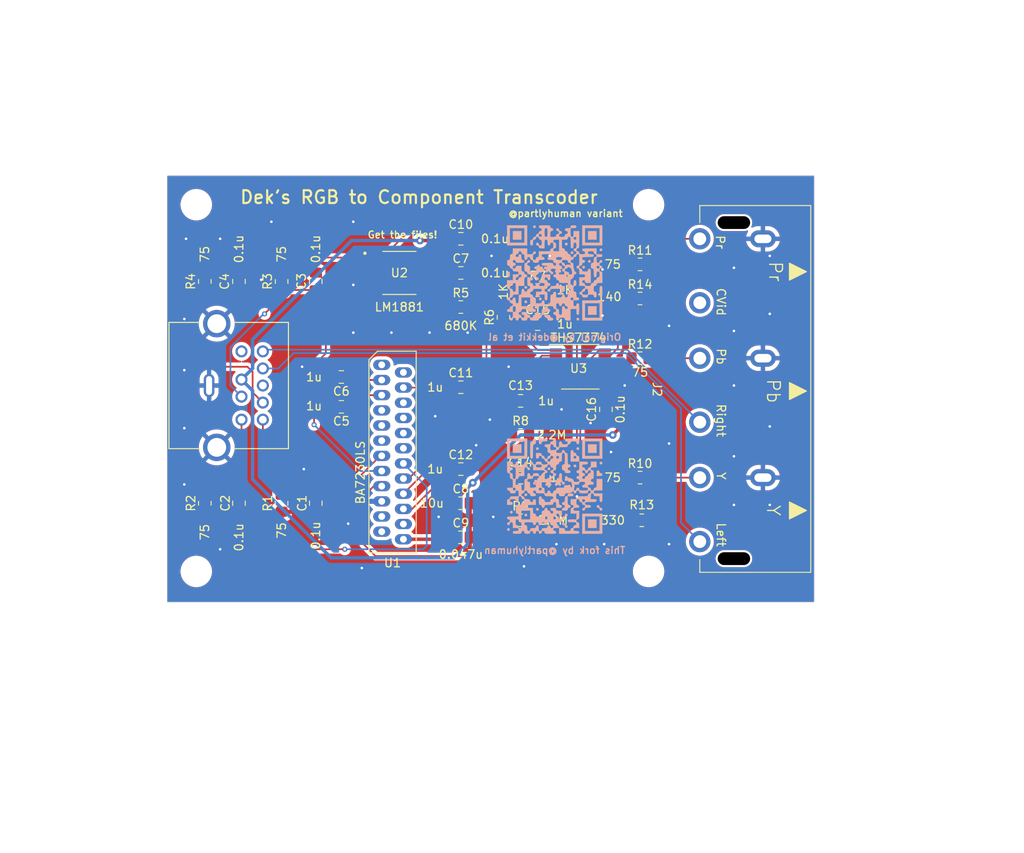
<source format=kicad_pcb>
(kicad_pcb (version 20221018) (generator pcbnew)
  (title_block (rev "1"))
  (layers (0 "F.Cu" signal "Front") (31 "B.Cu" signal "Back") (34 "B.Paste" user) (35 "F.Paste" user) (36 "B.SilkS" user "B.Silkscreen") (37 "F.SilkS" user "F.Silkscreen") (38 "B.Mask" user) (39 "F.Mask" user) (44 "Edge.Cuts" user))
  (net 0 "")
  (net 1 "/R_IN")
  (net 2 "/G_IN")
  (net 3 "/B_IN")
  (net 4 "/CVID_IN")
  (net 5 "Net-(U1-R-Y_IN)")
  (net 6 "GND")
  (net 7 "Net-(U1-Y_IN)")
  (net 8 "Net-(U2-RSET)")
  (net 9 "+5V")
  (net 10 "Net-(U1-B-Y_IN)")
  (net 11 "Net-(U1-VIDEO_IN)")
  (net 12 "Net-(U3-CH2_IN)")
  (net 13 "/PR")
  (net 14 "Net-(U3-CH3_IN)")
  (net 15 "/PB")
  (net 16 "Net-(U3-CH1_IN)")
  (net 17 "Net-(C15-Pad2)")
  (net 20 "/LAUD")
  (net 21 "/RAUD")
  (net 22 "/Y_OUT")
  (net 23 "/PB_OUT")
  (net 24 "/PR_OUT")
  (net 26 "/Y")
  (net 27 "Net-(U3-CH1_OUT)")
  (net 28 "Net-(U3-CH2_OUT)")
  (net 29 "Net-(U3-CH3_OUT)")
  (net 30 "/CSYNC")
  (net 50 "/R")
  (net 51 "/G")
  (net 52 "/B")
  (net 53 "/CVID")
  (footprint "Capacitor_SMD:C_0805_2012Metric_Pad1.18x1.45mm_HandSolder" (layer "F.Cu") (at 137 109 -90)
    (fp_text reference "C1" (at 0 1.6 90) (layer "F.SilkS"))
    (fp_text value "0.1u" (at 3.8 0 90) (layer "F.SilkS"))
    (pad "1" smd roundrect (at -1.0375 0 270) (size 1.175 1.45) (layers "F.Cu" "F.Paste" "F.Mask") (roundrect_rratio 0.2127659574) (net 1 "/R_IN"))
    (pad "2" smd roundrect (at 1.0375 0 270) (size 1.175 1.45) (layers "F.Cu" "F.Paste" "F.Mask") (roundrect_rratio 0.2127659574) (net 50 "/R"))
  )
  (footprint "Resistor_SMD:R_0805_2012Metric_Pad1.20x1.40mm_HandSolder" (layer "F.Cu") (at 175 85 180)
    (fp_text reference "R14" (at 0 1.65) (layer "F.SilkS"))
    (fp_text value "140" (at 3.6 0.2) (layer "F.SilkS"))
    (pad "1" smd roundrect (at -1 0 180) (size 1.2 1.4) (layers "F.Cu" "F.Paste" "F.Mask") (roundrect_rratio 0.2083333333) (net 24 "/PR_OUT"))
    (pad "2" smd roundrect (at 1 0 180) (size 1.2 1.4) (layers "F.Cu" "F.Paste" "F.Mask") (roundrect_rratio 0.2083333333) (net 6 "GND"))
  )
  (footprint "Resistor_SMD:R_0805_2012Metric_Pad1.20x1.40mm_HandSolder" (layer "F.Cu") (at 161 101)
    (fp_text reference "R8" (at 0 -1.65) (layer "F.SilkS"))
    (fp_text value "2.2M" (at 3.6 0) (layer "F.SilkS"))
    (pad "1" smd roundrect (at -1 0) (size 1.2 1.4) (layers "F.Cu" "F.Paste" "F.Mask") (roundrect_rratio 0.2083333333) (net 13 "/PR"))
    (pad "2" smd roundrect (at 1 0) (size 1.2 1.4) (layers "F.Cu" "F.Paste" "F.Mask") (roundrect_rratio 0.2083333333) (net 12 "Net-(U3-CH2_IN)"))
  )
  (footprint "Capacitor_SMD:C_0805_2012Metric_Pad1.18x1.45mm_HandSolder" (layer "F.Cu") (at 154 78)
    (fp_text reference "C10" (at 0 -1.68) (layer "F.SilkS"))
    (fp_text value "0.1u" (at 4 0) (layer "F.SilkS"))
    (pad "1" smd roundrect (at -1.0375 0) (size 1.175 1.45) (layers "F.Cu" "F.Paste" "F.Mask") (roundrect_rratio 0.2127659574) (net 9 "+5V"))
    (pad "2" smd roundrect (at 1.0375 0) (size 1.175 1.45) (layers "F.Cu" "F.Paste" "F.Mask") (roundrect_rratio 0.2127659574) (net 6 "GND"))
  )
  (footprint "Package_SO:TSSOP-14_4.4x5mm_P0.65mm" (layer "F.Cu") (at 168 93)
    (fp_text reference "U3" (at -0.2 0.2) (layer "F.SilkS"))
    (fp_text value "THS7374" (at -0.2 -3.4) (layer "F.SilkS"))
    (pad "1" smd roundrect (at -2.8625 -1.95) (size 1.475 0.4) (layers "F.Cu" "F.Paste" "F.Mask") (net 16 "Net-(U3-CH1_IN)"))
    (pad "2" smd roundrect (at -2.8625 -1.3) (size 1.475 0.4) (layers "F.Cu" "F.Paste" "F.Mask") (net 12 "Net-(U3-CH2_IN)"))
    (pad "3" smd roundrect (at -2.8625 -0.65) (size 1.475 0.4) (layers "F.Cu" "F.Paste" "F.Mask") (net 14 "Net-(U3-CH3_IN)"))
    (pad "4" smd roundrect (at -2.8625 0) (size 1.475 0.4) (layers "F.Cu" "F.Paste" "F.Mask"))
    (pad "5" smd roundrect (at -2.8625 0.65) (size 1.475 0.4) (layers "F.Cu" "F.Paste" "F.Mask") (net 6 "GND"))
    (pad "6" smd roundrect (at -2.8625 1.3) (size 1.475 0.4) (layers "F.Cu" "F.Paste" "F.Mask") (net 6 "GND"))
    (pad "7" smd roundrect (at -2.8625 1.95) (size 1.475 0.4) (layers "F.Cu" "F.Paste" "F.Mask"))
    (pad "8" smd roundrect (at 2.8625 1.95) (size 1.475 0.4) (layers "F.Cu" "F.Paste" "F.Mask"))
    (pad "9" smd roundrect (at 2.8625 1.3) (size 1.475 0.4) (layers "F.Cu" "F.Paste" "F.Mask") (net 9 "+5V"))
    (pad "10" smd roundrect (at 2.8625 0.65) (size 1.475 0.4) (layers "F.Cu" "F.Paste" "F.Mask") (net 9 "+5V"))
    (pad "11" smd roundrect (at 2.8625 0) (size 1.475 0.4) (layers "F.Cu" "F.Paste" "F.Mask"))
    (pad "12" smd roundrect (at 2.8625 -0.65) (size 1.475 0.4) (layers "F.Cu" "F.Paste" "F.Mask") (net 29 "Net-(U3-CH3_OUT)"))
    (pad "13" smd roundrect (at 2.8625 -1.3) (size 1.475 0.4) (layers "F.Cu" "F.Paste" "F.Mask") (net 28 "Net-(U3-CH2_OUT)"))
    (pad "14" smd roundrect (at 2.8625 -1.95) (size 1.475 0.4) (layers "F.Cu" "F.Paste" "F.Mask") (net 27 "Net-(U3-CH1_OUT)"))
  )
  (footprint "Capacitor_SMD:C_0805_2012Metric_Pad1.18x1.45mm_HandSolder" (layer "F.Cu") (at 154 82)
    (fp_text reference "C7" (at 0 -1.68) (layer "F.SilkS"))
    (fp_text value "0.1u" (at 4 0) (layer "F.SilkS"))
    (pad "1" smd roundrect (at -1.0375 0) (size 1.175 1.45) (layers "F.Cu" "F.Paste" "F.Mask") (roundrect_rratio 0.2127659574) (net 8 "Net-(U2-RSET)"))
    (pad "2" smd roundrect (at 1.0375 0) (size 1.175 1.45) (layers "F.Cu" "F.Paste" "F.Mask") (roundrect_rratio 0.2127659574) (net 6 "GND"))
  )
  (footprint "Capacitor_SMD:C_0805_2012Metric_Pad1.18x1.45mm_HandSolder" (layer "F.Cu") (at 140 94.2 180)
    (fp_text reference "C6" (at 0 -1.68) (layer "F.SilkS"))
    (fp_text value "1u" (at 3.2 0) (layer "F.SilkS"))
    (pad "1" smd roundrect (at -1.0375 0 180) (size 1.175 1.45) (layers "F.Cu" "F.Paste" "F.Mask") (roundrect_rratio 0.2127659574) (net 7 "Net-(U1-Y_IN)"))
    (pad "2" smd roundrect (at 1.0375 0 180) (size 1.175 1.45) (layers "F.Cu" "F.Paste" "F.Mask") (roundrect_rratio 0.2127659574) (net 6 "GND"))
  )
  (footprint "Capacitor_SMD:C_0805_2012Metric_Pad1.18x1.45mm_HandSolder" (layer "F.Cu") (at 154 113)
    (fp_text reference "C9" (at 0 -1.68) (layer "F.SilkS"))
    (fp_text value "0.047u" (at 0 2) (layer "F.SilkS"))
    (pad "1" smd roundrect (at -1.0375 0) (size 1.175 1.45) (layers "F.Cu" "F.Paste" "F.Mask") (roundrect_rratio 0.2127659574) (net 9 "+5V"))
    (pad "2" smd roundrect (at 1.0375 0) (size 1.175 1.45) (layers "F.Cu" "F.Paste" "F.Mask") (roundrect_rratio 0.2127659574) (net 6 "GND"))
  )
  (footprint "Resistor_SMD:R_0805_2012Metric_Pad1.20x1.40mm_HandSolder" (layer "F.Cu") (at 175 92)
    (fp_text reference "R12" (at 0 -1.65) (layer "F.SilkS"))
    (fp_text value "75" (at 0 1.65) (layer "F.SilkS"))
    (pad "1" smd roundrect (at -1 0) (size 1.2 1.4) (layers "F.Cu" "F.Paste" "F.Mask") (roundrect_rratio 0.2083333333) (net 29 "Net-(U3-CH3_OUT)"))
    (pad "2" smd roundrect (at 1 0) (size 1.2 1.4) (layers "F.Cu" "F.Paste" "F.Mask") (roundrect_rratio 0.2083333333) (net 23 "/PB_OUT"))
  )
  (footprint "Resistor_SMD:R_0805_2012Metric_Pad1.20x1.40mm_HandSolder" (layer "F.Cu") (at 154 86)
    (fp_text reference "R5" (at 0 -1.65) (layer "F.SilkS"))
    (fp_text value "680K" (at 0 2.2) (layer "F.SilkS"))
    (pad "1" smd roundrect (at -1 0) (size 1.2 1.4) (layers "F.Cu" "F.Paste" "F.Mask") (roundrect_rratio 0.2083333333) (net 8 "Net-(U2-RSET)"))
    (pad "2" smd roundrect (at 1 0) (size 1.2 1.4) (layers "F.Cu" "F.Paste" "F.Mask") (roundrect_rratio 0.2083333333) (net 6 "GND"))
  )
  (footprint "Resistor_SMD:R_0805_2012Metric_Pad1.20x1.40mm_HandSolder" (layer "F.Cu") (at 161 111)
    (fp_text reference "R9" (at 0 -1.65) (layer "F.SilkS"))
    (fp_text value "2.2M" (at 3.8 0) (layer "F.SilkS"))
    (pad "1" smd roundrect (at -1 0) (size 1.2 1.4) (layers "F.Cu" "F.Paste" "F.Mask") (roundrect_rratio 0.2083333333) (net 15 "/PB"))
    (pad "2" smd roundrect (at 1 0) (size 1.2 1.4) (layers "F.Cu" "F.Paste" "F.Mask") (roundrect_rratio 0.2083333333) (net 14 "Net-(U3-CH3_IN)"))
  )
  (footprint "REB_Transcoder:SOIC127P599X175-8N" (layer "F.Cu") (at 146.8 82)
    (fp_text reference "U2" (at 0 0) (layer "F.SilkS"))
    (fp_text value "LM1881" (at 0 4) (layer "F.SilkS"))
    (pad "1" smd roundrect (at -2.47 -1.905) (size 1.97 0.6) (layers "F.Cu" "F.Paste" "F.Mask") (roundrect_rratio 0.07) (net 30 "/CSYNC"))
    (pad "2" smd roundrect (at -2.47 -0.635) (size 1.97 0.6) (layers "F.Cu" "F.Paste" "F.Mask") (roundrect_rratio 0.07) (net 53 "/CVID"))
    (pad "3" smd roundrect (at -2.47 0.635) (size 1.97 0.6) (layers "F.Cu" "F.Paste" "F.Mask") (roundrect_rratio 0.07))
    (pad "4" smd roundrect (at -2.47 1.905) (size 1.97 0.6) (layers "F.Cu" "F.Paste" "F.Mask") (roundrect_rratio 0.07) (net 6 "GND"))
    (pad "5" smd roundrect (at 2.47 1.905) (size 1.97 0.6) (layers "F.Cu" "F.Paste" "F.Mask") (roundrect_rratio 0.07))
    (pad "6" smd roundrect (at 2.47 0.635) (size 1.97 0.6) (layers "F.Cu" "F.Paste" "F.Mask") (roundrect_rratio 0.07) (net 8 "Net-(U2-RSET)"))
    (pad "7" smd roundrect (at 2.47 -0.635) (size 1.97 0.6) (layers "F.Cu" "F.Paste" "F.Mask") (roundrect_rratio 0.07))
    (pad "8" smd roundrect (at 2.47 -1.905) (size 1.97 0.6) (layers "F.Cu" "F.Paste" "F.Mask") (roundrect_rratio 0.07) (net 9 "+5V"))
  )
  (footprint "MountingHole:MountingHole_3.2mm_M3" (layer "F.Cu") (at 123 117)
    (fp_text reference "M0" hide)
    (fp_text value "MountingHole_3.2mm_M3" hide)
    (pad "" np_thru_hole circle (at 0 0) (size 3.2 3.2) (drill 3.2) (layers "*.Cu" "*.Mask"))
  )
  (footprint "Capacitor_SMD:C_0805_2012Metric_Pad1.18x1.45mm_HandSolder" (layer "F.Cu") (at 137 83 90)
    (fp_text reference "C3" (at 0 -1.68 90) (layer "F.SilkS"))
    (fp_text value "0.1u" (at 3.8 0 90) (layer "F.SilkS"))
    (pad "1" smd roundrect (at -1.0375 0 90) (size 1.175 1.45) (layers "F.Cu" "F.Paste" "F.Mask") (roundrect_rratio 0.2127659574) (net 3 "/B_IN"))
    (pad "2" smd roundrect (at 1.0375 0 90) (size 1.175 1.45) (layers "F.Cu" "F.Paste" "F.Mask") (roundrect_rratio 0.2127659574) (net 52 "/B"))
  )
  (footprint "MountingHole:MountingHole_3.2mm_M3" (layer "F.Cu") (at 176 117)
    (fp_text reference "M0" hide)
    (fp_text value "MountingHole_3.2mm_M3" hide)
    (pad "" np_thru_hole circle (at 0 0) (size 3.2 3.2) (drill 3.2) (layers "*.Cu" "*.Mask"))
  )
  (footprint "MountingHole:MountingHole_3.2mm_M3" (layer "F.Cu") (at 176 74)
    (fp_text reference "M0" hide)
    (fp_text value "MountingHole_3.2mm_M3" hide)
    (pad "" np_thru_hole circle (at 0 0) (size 3.2 3.2) (drill 3.2) (layers "*.Cu" "*.Mask"))
  )
  (footprint "Resistor_SMD:R_0805_2012Metric_Pad1.20x1.40mm_HandSolder" (layer "F.Cu") (at 133 109 -90)
    (fp_text reference "R1" (at 0 1.63 90) (layer "F.SilkS"))
    (fp_text value "75" (at 3.2 0 90) (layer "F.SilkS"))
    (pad "1" smd roundrect (at -1 0 270) (size 1.2 1.4) (layers "F.Cu" "F.Paste" "F.Mask") (roundrect_rratio 0.2083333333) (net 1 "/R_IN"))
    (pad "2" smd roundrect (at 1 0 270) (size 1.2 1.4) (layers "F.Cu" "F.Paste" "F.Mask") (roundrect_rratio 0.2083333333) (net 6 "GND"))
  )
  (footprint "Resistor_SMD:R_0805_2012Metric_Pad1.20x1.40mm_HandSolder" (layer "F.Cu") (at 159 87.2 90)
    (fp_text reference "R6" (at 0 -1.65 90) (layer "F.SilkS"))
    (fp_text value "1K" (at 3 0 90) (layer "F.SilkS"))
    (pad "1" smd roundrect (at -1 0 90) (size 1.2 1.4) (layers "F.Cu" "F.Paste" "F.Mask") (roundrect_rratio 0.2083333333) (net 26 "/Y"))
    (pad "2" smd roundrect (at 1 0 90) (size 1.2 1.4) (layers "F.Cu" "F.Paste" "F.Mask") (roundrect_rratio 0.2083333333) (net 17 "Net-(C15-Pad2)"))
  )
  (footprint "Capacitor_SMD:C_0805_2012Metric_Pad1.18x1.45mm_HandSolder" (layer "F.Cu") (at 154 95.4)
    (fp_text reference "C11" (at 0 -1.68) (layer "F.SilkS"))
    (fp_text value "1u" (at -3 0) (layer "F.SilkS"))
    (pad "1" smd roundrect (at -1.0375 0) (size 1.175 1.45) (layers "F.Cu" "F.Paste" "F.Mask") (roundrect_rratio 0.2127659574) (net 10 "Net-(U1-B-Y_IN)"))
    (pad "2" smd roundrect (at 1.0375 0) (size 1.175 1.45) (layers "F.Cu" "F.Paste" "F.Mask") (roundrect_rratio 0.2127659574) (net 6 "GND"))
  )
  (footprint "Capacitor_SMD:C_0805_2012Metric_Pad1.18x1.45mm_HandSolder" (layer "F.Cu") (at 161 106 180)
    (fp_text reference "C14" (at 0 1.8) (layer "F.SilkS"))
    (fp_text value "1u" (at -3.2 0) (layer "F.SilkS"))
    (pad "1" smd roundrect (at -1.0375 0 180) (size 1.175 1.45) (layers "F.Cu" "F.Paste" "F.Mask") (roundrect_rratio 0.2127659574) (net 14 "Net-(U3-CH3_IN)"))
    (pad "2" smd roundrect (at 1.0375 0 180) (size 1.175 1.45) (layers "F.Cu" "F.Paste" "F.Mask") (roundrect_rratio 0.2127659574) (net 15 "/PB"))
  )
  (footprint "Capacitor_SMD:C_0805_2012Metric_Pad1.18x1.45mm_HandSolder" (layer "F.Cu") (at 154 105)
    (fp_text reference "C12" (at 0 -1.68) (layer "F.SilkS"))
    (fp_text value "1u" (at -3 0) (layer "F.SilkS"))
    (pad "1" smd roundrect (at -1.0375 0) (size 1.175 1.45) (layers "F.Cu" "F.Paste" "F.Mask") (roundrect_rratio 0.2127659574) (net 11 "Net-(U1-VIDEO_IN)"))
    (pad "2" smd roundrect (at 1.0375 0) (size 1.175 1.45) (layers "F.Cu" "F.Paste" "F.Mask") (roundrect_rratio 0.2127659574) (net 6 "GND"))
  )
  (footprint "REB_Transcoder:BA7230LS" (layer "F.Cu") (at 146 103 -90)
    (fp_text reference "U1" (at 13 0 -180) (layer "F.SilkS"))
    (fp_text value "BA7230LS" (at 2.4 3.77 90) (layer "F.SilkS"))
    (pad "1" thru_hole oval (at -10.2235 1.27 270) (size 1.2 2) (drill 0.8) (layers "*.Cu" "*.Mask"))
    (pad "2" thru_hole oval (at -9.3345 -1.27 270) (size 1.2 2) (drill 0.8) (layers "*.Cu" "*.Mask"))
    (pad "3" thru_hole oval (at -8.4455 1.27 270) (size 1.2 2) (drill 0.8) (layers "*.Cu" "*.Mask") (net 7 "Net-(U1-Y_IN)"))
    (pad "4" thru_hole oval (at -7.5565 -1.27 270) (size 1.2 2) (drill 0.8) (layers "*.Cu" "*.Mask") (net 10 "Net-(U1-B-Y_IN)"))
    (pad "5" thru_hole oval (at -6.6675 1.27 270) (size 1.2 2) (drill 0.8) (layers "*.Cu" "*.Mask") (net 5 "Net-(U1-R-Y_IN)"))
    (pad "6" thru_hole oval (at -5.7785 -1.27 270) (size 1.2 2) (drill 0.8) (layers "*.Cu" "*.Mask"))
    (pad "7" thru_hole oval (at -4.8895 1.27 270) (size 1.2 2) (drill 0.8) (layers "*.Cu" "*.Mask"))
    (pad "8" thru_hole oval (at -4.0005 -1.27 270) (size 1.2 2) (drill 0.8) (layers "*.Cu" "*.Mask"))
    (pad "9" thru_hole oval (at -3.1115 1.27 270) (size 1.2 2) (drill 0.8) (layers "*.Cu" "*.Mask"))
    (pad "10" thru_hole oval (at -2.2225 -1.27 270) (size 1.2 2) (drill 0.8) (layers "*.Cu" "*.Mask"))
    (pad "11" thru_hole oval (at -1.3335 1.27 270) (size 1.2 2) (drill 0.8) (layers "*.Cu" "*.Mask"))
    (pad "12" thru_hole oval (at -0.4445 -1.27 270) (size 1.2 2) (drill 0.8) (layers "*.Cu" "*.Mask"))
    (pad "13" thru_hole oval (at 0.4445 1.27 270) (size 1.2 2) (drill 0.8) (layers "*.Cu" "*.Mask") (net 50 "/R"))
    (pad "14" thru_hole oval (at 1.3335 -1.27 270) (size 1.2 2) (drill 0.8) (layers "*.Cu" "*.Mask") (net 51 "/G"))
    (pad "15" thru_hole oval (at 2.2225 1.27 270) (size 1.2 2) (drill 0.8) (layers "*.Cu" "*.Mask") (net 52 "/B"))
    (pad "16" thru_hole oval (at 3.1115 -1.27 270) (size 1.2 2) (drill 0.8) (layers "*.Cu" "*.Mask") (net 26 "/Y"))
    (pad "17" thru_hole oval (at 4.0005 1.27 270) (size 1.2 2) (drill 0.8) (layers "*.Cu" "*.Mask") (net 15 "/PB"))
    (pad "18" thru_hole oval (at 4.8895 -1.27 270) (size 1.2 2) (drill 0.8) (layers "*.Cu" "*.Mask") (net 13 "/PR"))
    (pad "19" thru_hole oval (at 5.7785 1.27 270) (size 1.2 2) (drill 0.8) (layers "*.Cu" "*.Mask") (net 6 "GND"))
    (pad "20" thru_hole oval (at 6.6675 -1.27 270) (size 1.2 2) (drill 0.8) (layers "*.Cu" "*.Mask") (net 11 "Net-(U1-VIDEO_IN)"))
    (pad "21" thru_hole oval (at 7.5565 1.27 270) (size 1.2 2) (drill 0.8) (layers "*.Cu" "*.Mask"))
    (pad "22" thru_hole oval (at 8.4455 -1.27 270) (size 1.2 2) (drill 0.8) (layers "*.Cu" "*.Mask"))
    (pad "23" thru_hole oval (at 9.3345 1.27 270) (size 1.2 2) (drill 0.8) (layers "*.Cu" "*.Mask"))
    (pad "24" thru_hole oval (at 10.2235 -1.27 270) (size 1.2 2) (drill 0.8) (layers "*.Cu" "*.Mask") (net 9 "+5V"))
  )
  (footprint "Resistor_SMD:R_0805_2012Metric_Pad1.20x1.40mm_HandSolder" (layer "F.Cu") (at 175 81)
    (fp_text reference "R11" (at 0 -1.65) (layer "F.SilkS"))
    (fp_text value "75" (at -3.2 0) (layer "F.SilkS"))
    (pad "1" smd roundrect (at -1 0) (size 1.2 1.4) (layers "F.Cu" "F.Paste" "F.Mask") (roundrect_rratio 0.2083333333) (net 28 "Net-(U3-CH2_OUT)"))
    (pad "2" smd roundrect (at 1 0) (size 1.2 1.4) (layers "F.Cu" "F.Paste" "F.Mask") (roundrect_rratio 0.2083333333) (net 24 "/PR_OUT"))
  )
  (footprint "Capacitor_SMD:C_0805_2012Metric_Pad1.18x1.45mm_HandSolder" (layer "F.Cu") (at 128 83 90)
    (fp_text reference "C4" (at 0 -1.68 90) (layer "F.SilkS"))
    (fp_text value "0.1u" (at 3.8 0 90) (layer "F.SilkS"))
    (pad "1" smd roundrect (at -1.0375 0 90) (size 1.175 1.45) (layers "F.Cu" "F.Paste" "F.Mask") (roundrect_rratio 0.2127659574) (net 4 "/CVID_IN"))
    (pad "2" smd roundrect (at 1.0375 0 90) (size 1.175 1.45) (layers "F.Cu" "F.Paste" "F.Mask") (roundrect_rratio 0.2127659574) (net 53 "/CVID"))
  )
  (footprint "REB_Transcoder:Connector_RCA_2x3_REB" (layer "F.Cu") (at 182 95.6 -90)
    (fp_text reference "J2" (at 0.05 5 -90 unlocked) (layer "F.SilkS"))
    (fp_text value "Connector_RCA_2x3_REB")
    (fp_text user "Y" (at 10.2 -1.9 -90 unlocked) (layer "F.SilkS") (effects (justify bottom)))
    (fp_text user "Pb" (at -3.8 -1.9 -90 unlocked) (layer "F.SilkS") (effects (justify bottom)))
    (fp_text user "Pr" (at -13.75 -8 -90 unlocked) (layer "F.SilkS") (effects (font (size 1.5 1.5)) (justify bottom)))
    (fp_text user "CVid" (at -10.2 -1.9 -90 unlocked) (layer "F.SilkS") (effects (justify bottom)))
    (fp_text user "Y" (at 14.25 -7.75 -90 unlocked) (layer "F.SilkS") (effects (font (size 1.5 1.5)) (justify bottom)))
    (fp_text user "Left" (at 17.1 -1.9 -90 unlocked) (layer "F.SilkS") (effects (justify bottom)))
    (fp_text user "Pr" (at -17.2 -1.8 -90 unlocked) (layer "F.SilkS") (effects (justify bottom)))
    (fp_text user "Right" (at 3.7 -1.9 -90 unlocked) (layer "F.SilkS") (effects (justify bottom)))
    (fp_text user "Pb" (at 0.25 -7.75 -90 unlocked) (layer "F.SilkS") (effects (font (size 1.5 1.5)) (justify bottom)))
    (pad "" np_thru_hole oval (at -19.5 -4 270) (size 2 4.3) (drill oval 1.5 3.8) (layers "*.Mask"))
    (pad "" np_thru_hole oval (at 19.9 -4 270) (size 2 4.3) (drill oval 1.5 3.8) (layers "*.Mask"))
    (pad "1" thru_hole circle (at -17.6 0 270) (size 2.5 2.5) (drill 1.5) (layers "*.Cu" "*.Mask") (net 24 "/PR_OUT"))
    (pad "2" thru_hole circle (at -10.1 0 270) (size 2.5 2.5) (drill 1.5) (layers "*.Cu" "*.Mask"))
    (pad "3" thru_hole circle (at -3.6 0 270) (size 2.5 2.5) (drill 1.5) (layers "*.Cu" "*.Mask") (net 23 "/PB_OUT"))
    (pad "4" thru_hole circle (at 3.9 0 270) (size 2.5 2.5) (drill 1.5) (layers "*.Cu" "*.Mask") (net 21 "/RAUD"))
    (pad "5" thru_hole circle (at 10.4 0 270) (size 2.5 2.5) (drill 1.5) (layers "*.Cu" "*.Mask") (net 22 "/Y_OUT"))
    (pad "6" thru_hole circle (at 17.9 0 270) (size 2.5 2.5) (drill 1.5) (layers "*.Cu" "*.Mask") (net 20 "/LAUD"))
    (pad "7" thru_hole oval (at 10.4 -7.4 270) (size 2 3) (drill oval 1 2) (layers "*.Cu" "*.Mask") (net 6 "GND"))
    (pad "8" thru_hole oval (at -3.6 -7.4 270) (size 2 3) (drill oval 1 2) (layers "*.Cu" "*.Mask") (net 6 "GND"))
    (pad "9" thru_hole oval (at -17.6 -7.4 270) (size 2 3) (drill oval 1 2) (layers "*.Cu" "*.Mask") (net 6 "GND"))
  )
  (footprint "REB_Transcoder:CUI_MD-90SM" (layer "F.Cu") (at 124.5 95.2 -90)
    (fp_text reference "J1" hide)
    (fp_text value "MD-90SM" hide)
    (pad "1" thru_hole circle (at 1.3 -3.8 270) (size 1.408 1.408) (drill 0.9) (layers "*.Cu" "*.Mask") (net 3 "/B_IN"))
    (pad "2" thru_hole circle (at -0.7 -3.8 270) (size 1.408 1.408) (drill 0.9) (layers "*.Cu" "*.Mask") (net 9 "+5V"))
    (pad "3" thru_hole circle (at 4 -3.8 270) (size 1.408 1.408) (drill 0.9) (layers "*.Cu" "*.Mask") (net 2 "/G_IN"))
    (pad "4" thru_hole circle (at 2 -6.3 270) (size 1.408 1.408) (drill 0.9) (layers "*.Cu" "*.Mask") (net 4 "/CVID_IN"))
    (pad "5" thru_hole circle (at 0 -6.3 270) (size 1.408 1.408) (drill 0.9) (layers "*.Cu" "*.Mask"))
    (pad "6" thru_hole circle (at -4 -3.8 270) (size 1.408 1.408) (drill 0.9) (layers "*.Cu" "*.Mask"))
    (pad "7" thru_hole circle (at 4 -6.3 270) (size 1.408 1.408) (drill 0.9) (layers "*.Cu" "*.Mask") (net 1 "/R_IN"))
    (pad "8" thru_hole circle (at -2 -6.3 270) (size 1.408 1.408) (drill 0.9) (layers "*.Cu" "*.Mask") (net 20 "/LAUD"))
    (pad "9" thru_hole circle (at -4 -6.3 270) (size 1.408 1.408) (drill 0.9) (layers "*.Cu" "*.Mask") (net 21 "/RAUD"))
    (pad "S1" thru_hole oval (at 0 0 270) (size 2.73 1.23) (drill oval 2.2 0.7) (layers "*.Cu" "*.Mask") (net 6 "GND"))
    (pad "S2" thru_hole circle (at -7.25 -0.9 270) (size 3.216 3.216) (drill 2.2) (layers "*.Cu" "*.Mask") (net 6 "GND"))
    (pad "S3" thru_hole circle (at 7.25 -0.9 270) (size 3.216 3.216) (drill 2.2) (layers "*.Cu" "*.Mask") (net 6 "GND"))
  )
  (footprint "Capacitor_SMD:C_0805_2012Metric_Pad1.18x1.45mm_HandSolder" (layer "F.Cu") (at 140 97.7 180)
    (fp_text reference "C5" (at 0 -1.68) (layer "F.SilkS"))
    (fp_text value "1u" (at 3.2 0.1) (layer "F.SilkS"))
    (pad "1" smd roundrect (at -1.0375 0 180) (size 1.175 1.45) (layers "F.Cu" "F.Paste" "F.Mask") (roundrect_rratio 0.2127659574) (net 5 "Net-(U1-R-Y_IN)"))
    (pad "2" smd roundrect (at 1.0375 0 180) (size 1.175 1.45) (layers "F.Cu" "F.Paste" "F.Mask") (roundrect_rratio 0.2127659574) (net 6 "GND"))
  )
  (footprint "MountingHole:MountingHole_3.2mm_M3" (layer "F.Cu") (at 123 74)
    (fp_text reference "M0" hide)
    (fp_text value "MountingHole_3.2mm_M3" hide)
    (pad "" np_thru_hole circle (at 0 0) (size 3.2 3.2) (drill 3.2) (layers "*.Cu" "*.Mask"))
  )
  (footprint "Capacitor_SMD:C_0805_2012Metric_Pad1.18x1.45mm_HandSolder" (layer "F.Cu") (at 128 109 -90)
    (fp_text reference "C2" (at 0 1.6 90) (layer "F.SilkS"))
    (fp_text value "0.1u" (at 4 0 90) (layer "F.SilkS"))
    (pad "1" smd roundrect (at -1.0375 0 270) (size 1.175 1.45) (layers "F.Cu" "F.Paste" "F.Mask") (roundrect_rratio 0.2127659574) (net 2 "/G_IN"))
    (pad "2" smd roundrect (at 1.0375 0 270) (size 1.175 1.45) (layers "F.Cu" "F.Paste" "F.Mask") (roundrect_rratio 0.2127659574) (net 51 "/G"))
  )
  (footprint "Capacitor_SMD:C_0805_2012Metric_Pad1.18x1.45mm_HandSolder" (layer "F.Cu") (at 161 97 180)
    (fp_text reference "C13" (at 0 1.8) (layer "F.SilkS"))
    (fp_text value "1u" (at -3 0) (layer "F.SilkS"))
    (pad "1" smd roundrect (at -1.0375 0 180) (size 1.175 1.45) (layers "F.Cu" "F.Paste" "F.Mask") (roundrect_rratio 0.2127659574) (net 12 "Net-(U3-CH2_IN)"))
    (pad "2" smd roundrect (at 1.0375 0 180) (size 1.175 1.45) (layers "F.Cu" "F.Paste" "F.Mask") (roundrect_rratio 0.2127659574) (net 13 "/PR"))
  )
  (footprint "Capacitor_SMD:C_0805_2012Metric_Pad1.18x1.45mm_HandSolder" (layer "F.Cu") (at 154 109)
    (fp_text reference "C8" (at 0 -1.68) (layer "F.SilkS"))
    (fp_text value "10u" (at -3.4 0) (layer "F.SilkS"))
    (pad "1" smd roundrect (at -1.0375 0) (size 1.175 1.45) (layers "F.Cu" "F.Paste" "F.Mask") (roundrect_rratio 0.2127659574) (net 9 "+5V"))
    (pad "2" smd roundrect (at 1.0375 0) (size 1.175 1.45) (layers "F.Cu" "F.Paste" "F.Mask") (roundrect_rratio 0.2127659574) (net 6 "GND"))
  )
  (footprint "Resistor_SMD:R_0805_2012Metric_Pad1.20x1.40mm_HandSolder" (layer "F.Cu") (at 133 83 90)
    (fp_text reference "R3" (at 0 -1.65 90) (layer "F.SilkS"))
    (fp_text value "75" (at 3.2 0 90) (layer "F.SilkS"))
    (pad "1" smd roundrect (at -1 0 90) (size 1.2 1.4) (layers "F.Cu" "F.Paste" "F.Mask") (roundrect_rratio 0.2083333333) (net 3 "/B_IN"))
    (pad "2" smd roundrect (at 1 0 90) (size 1.2 1.4) (layers "F.Cu" "F.Paste" "F.Mask") (roundrect_rratio 0.2083333333) (net 6 "GND"))
  )
  (footprint "Resistor_SMD:R_0805_2012Metric_Pad1.20x1.40mm_HandSolder" (layer "F.Cu") (at 124 109 -90)
    (fp_text reference "R2" (at 0 1.63 90) (layer "F.SilkS"))
    (fp_text value "75" (at 3.4 0 90) (layer "F.SilkS"))
    (pad "1" smd roundrect (at -1 0 270) (size 1.2 1.4) (layers "F.Cu" "F.Paste" "F.Mask") (roundrect_rratio 0.2083333333) (net 2 "/G_IN"))
    (pad "2" smd roundrect (at 1 0 270) (size 1.2 1.4) (layers "F.Cu" "F.Paste" "F.Mask") (roundrect_rratio 0.2083333333) (net 6 "GND"))
  )
  (footprint "Capacitor_SMD:C_0805_2012Metric_Pad1.18x1.45mm_HandSolder" (layer "F.Cu") (at 171 98 90)
    (fp_text reference "C16" (at 0 -1.68 90) (layer "F.SilkS"))
    (fp_text value "0.1u" (at 0 1.68 90) (layer "F.SilkS"))
    (pad "1" smd roundrect (at -1.0375 0 90) (size 1.175 1.45) (layers "F.Cu" "F.Paste" "F.Mask") (roundrect_rratio 0.2127659574) (net 6 "GND"))
    (pad "2" smd roundrect (at 1.0375 0 90) (size 1.175 1.45) (layers "F.Cu" "F.Paste" "F.Mask") (roundrect_rratio 0.2127659574) (net 9 "+5V"))
  )
  (footprint "Resistor_SMD:R_0805_2012Metric_Pad1.20x1.40mm_HandSolder" (layer "F.Cu") (at 124 83 90)
    (fp_text reference "R4" (at 0 -1.65 90) (layer "F.SilkS"))
    (fp_text value "75" (at 3.2 0 90) (layer "F.SilkS"))
    (pad "1" smd roundrect (at -1 0 90) (size 1.2 1.4) (layers "F.Cu" "F.Paste" "F.Mask") (roundrect_rratio 0.2083333333) (net 4 "/CVID_IN"))
    (pad "2" smd roundrect (at 1 0 90) (size 1.2 1.4) (layers "F.Cu" "F.Paste" "F.Mask") (roundrect_rratio 0.2083333333) (net 6 "GND"))
  )
  (footprint "Resistor_SMD:R_0805_2012Metric_Pad1.20x1.40mm_HandSolder" (layer "F.Cu") (at 175.2 111 180)
    (fp_text reference "R13" (at 0 1.8) (layer "F.SilkS"))
    (fp_text value "330" (at 3.4 0) (layer "F.SilkS"))
    (pad "1" smd roundrect (at -1 0 180) (size 1.2 1.4) (layers "F.Cu" "F.Paste" "F.Mask") (roundrect_rratio 0.2083333333) (net 22 "/Y_OUT"))
    (pad "2" smd roundrect (at 1 0 180) (size 1.2 1.4) (layers "F.Cu" "F.Paste" "F.Mask") (roundrect_rratio 0.2083333333) (net 30 "/CSYNC"))
  )
  (footprint "Resistor_SMD:R_0805_2012Metric_Pad1.20x1.40mm_HandSolder" (layer "F.Cu") (at 175 106)
    (fp_text reference "R10" (at 0 -1.65) (layer "F.SilkS"))
    (fp_text value "75" (at -3.2 0) (layer "F.SilkS"))
    (pad "1" smd roundrect (at -1 0) (size 1.2 1.4) (layers "F.Cu" "F.Paste" "F.Mask") (roundrect_rratio 0.2083333333) (net 27 "Net-(U3-CH1_OUT)"))
    (pad "2" smd roundrect (at 1 0) (size 1.2 1.4) (layers "F.Cu" "F.Paste" "F.Mask") (roundrect_rratio 0.2083333333) (net 22 "/Y_OUT"))
  )
  (footprint "Resistor_SMD:R_0805_2012Metric_Pad1.20x1.40mm_HandSolder" (layer "F.Cu") (at 163 84)
    (fp_text reference "R7" (at 0 -1.65) (layer "F.SilkS"))
    (fp_text value "1K" (at 3.2 0) (layer "F.SilkS"))
    (pad "1" smd roundrect (at -1 0) (size 1.2 1.4) (layers "F.Cu" "F.Paste" "F.Mask") (roundrect_rratio 0.2083333333) (net 17 "Net-(C15-Pad2)"))
    (pad "2" smd roundrect (at 1 0) (size 1.2 1.4) (layers "F.Cu" "F.Paste" "F.Mask") (roundrect_rratio 0.2083333333) (net 6 "GND"))
  )
  (footprint "Capacitor_SMD:C_0805_2012Metric_Pad1.18x1.45mm_HandSolder" (layer "F.Cu") (at 163 88)
    (fp_text reference "C15" (at 0 -1.68) (layer "F.SilkS"))
    (fp_text value "1u" (at 3.2 0) (layer "F.SilkS"))
    (pad "1" smd roundrect (at -1.0375 0) (size 1.175 1.45) (layers "F.Cu" "F.Paste" "F.Mask") (roundrect_rratio 0.2127659574) (net 16 "Net-(U3-CH1_IN)"))
    (pad "2" smd roundrect (at 1.0375 0) (size 1.175 1.45) (layers "F.Cu" "F.Paste" "F.Mask") (roundrect_rratio 0.2127659574) (net 17 "Net-(C15-Pad2)"))
  )
  (footprint "REB_Transcoder:QR2" (layer "B.Cu") (at 165 107 180)
    (fp_text reference "G***" (at 0 0) (layer "B.SilkS") (effects (font (size 1.5 1.5) (thickness 0.3)) (justify mirror)))
    (fp_text value "LOGO" hide)
  )
  (footprint "REB_Transcoder:QR1" (layer "B.Cu") (at 165 82 180)
    (fp_text reference "G***" (at 0 0) (layer "B.SilkS") (effects (font (size 1.5 1.5) (thickness 0.3)) (justify mirror)))
    (fp_text value "LOGO" hide)
  )
  (gr_rect (start 119.6 70.6) (end 195.4 120.6) (stroke (width 0.0381)) (fill none) (layer "Edge.Cuts"))
  (gr_text "Original by @dekkit et al" (at 165 90) (layer "B.SilkS") (effects (font (size 0.8128 0.8128) (thickness 0.1524) bold) (justify bottom mirror)))
  (gr_text "This fork by @partlyhuman" (at 165 115) (layer "B.SilkS") (effects (font (size 0.8128 0.8128) (thickness 0.1524) bold) (justify bottom mirror)))
  (gr_text "Dek's RGB to Component Transcoder" (at 128 74) (layer "F.SilkS") (effects (font (size 1.5 1.5) (thickness 0.25) bold) (justify left bottom)))
  (gr_text "@partlyhuman variant" (at 159.5 75.5) (layer "F.SilkS") (effects (font (size 0.8128 0.8128) (thickness 0.1524) bold) (justify left bottom)))
  (gr_text "Get the files!" (at 143 78) (layer "F.SilkS") (effects (font (size 0.8128 0.8128) (thickness 0.1524) bold) (justify left bottom)))
  (segment (start 133.0375 107.9625) (end 137 107.9625) (width 0.2) (layer "F.Cu") (net 1))
  (segment (start 130.8 105.8) (end 133 108) (width 0.2) (layer "F.Cu") (net 1))
  (segment (start 130.8 99.2) (end 130.8 105.8) (width 0.2) (layer "F.Cu") (net 1))
  (segment (start 133 108) (end 133.0375 107.9625) (width 0.2) (layer "F.Cu") (net 1))
  (segment (start 124 108) (end 124.0375 107.9625) (width 0.2) (layer "F.Cu") (net 2))
  (segment (start 124.0375 107.9625) (end 128 107.9625) (width 0.2) (layer "F.Cu") (net 2))
  (segment (start 128.3 103.7) (end 124 108) (width 0.2) (layer "F.Cu") (net 2))
  (segment (start 128.3 99.2) (end 128.3 103.7) (width 0.2) (layer "F.Cu") (net 2))
  (segment (start 133 84) (end 136.9625 84) (width 0.2) (layer "F.Cu") (net 3))
  (segment (start 136.9625 84) (end 137 84.0375) (width 0.2) (layer "F.Cu") (net 3))
  (segment (start 131 86.8) (end 133 84.8) (width 0.2) (layer "F.Cu") (net 3))
  (segment (start 133 84.8) (end 133 84) (width 0.2) (layer "F.Cu") (net 3))
  (via (at 131 86.8) (size 0.6) (drill 0.3) (layers "F.Cu" "B.Cu") (net 3))
  (segment (start 131 86.8) (end 130.9 86.8) (width 0.2) (layer "B.Cu") (net 3))
  (segment (start 130.9 86.8) (end 127 90.7) (width 0.2) (layer "B.Cu") (net 3))
  (segment (start 127 90.7) (end 127 95.2) (width 0.2) (layer "B.Cu") (net 3))
  (segment (start 127 95.2) (end 128.3 96.5) (width 0.2) (layer "B.Cu") (net 3))
  (segment (start 129.6 93.6) (end 129.6 96) (width 0.2) (layer "F.Cu") (net 4))
  (segment (start 125 93) (end 129 93) (width 0.2) (layer "F.Cu") (net 4))
  (segment (start 123 91) (end 125 93) (width 0.2) (layer "F.Cu") (net 4))
  (segment (start 124 84) (end 123 85) (width 0.2) (layer "F.Cu") (net 4))
  (segment (start 129.6 96) (end 130.8 97.2) (width 0.2) (layer "F.Cu") (net 4))
  (segment (start 129 93) (end 129.6 93.6) (width 0.2) (layer "F.Cu") (net 4))
  (segment (start 123 85) (end 123 91) (width 0.2) (layer "F.Cu") (net 4))
  (segment (start 124 84) (end 127.9625 84) (width 0.2) (layer "F.Cu") (net 4))
  (segment (start 127.9625 84) (end 128 84.0375) (width 0.2) (layer "F.Cu") (net 4))
  (segment (start 141.0375 97.7) (end 142.405 96.3325) (width 0.2) (layer "F.Cu") (net 5))
  (segment (start 142.405 96.3325) (end 144.73 96.3325) (width 0.2) (layer "F.Cu") (net 5))
  (via (at 141.4 89) (size 0.6) (drill 0.3) (layers "F.Cu" "B.Cu") (net 6))
  (via (at 130.6 82.8) (size 0.6) (drill 0.3) (layers "F.Cu" "B.Cu") (net 6))
  (via (at 178.4 113.8) (size 0.6) (drill 0.3) (layers "F.Cu" "B.Cu") (net 6))
  (via (at 170.8 113.8) (size 0.6) (drill 0.3) (layers "F.Cu" "B.Cu") (net 6))
  (via (at 141.4 76) (size 0.6) (drill 0.3) (layers "F.Cu" "B.Cu") (net 6))
  (via (at 186 95.2) (size 0.6) (drill 0.3) (layers "F.Cu" "B.Cu") (net 6))
  (via (at 165.2 113.8) (size 0.6) (drill 0.3) (layers "F.Cu" "B.Cu") (net 6))
  (via (at 190.2 109.2) (size 0.6) (drill 0.3) (layers "F.Cu" "B.Cu") (net 6))
  (via (at 150.333332 89) (size 0.6) (drill 0.3) (layers "F.Cu" "B.Cu") (net 6))
  (via (at 190.2 80) (size 0.6) (drill 0.3) (layers "F.Cu" "B.Cu") (net 6))
  (via (at 121.6 100.2) (size 0.6) (drill 0.3) (layers "F.Cu" "B.Cu") (net 6))
  (via (at 151 98.8) (size 0.6) (drill 0.3) (layers "F.Cu" "B.Cu") (net 6))
  (via (at 125.8 114.4) (size 0.6) (drill 0.3) (layers "F.Cu" "B.Cu") (net 6))
  (via (at 125.8 78) (size 0.6) (drill 0.3) (layers "F.Cu" "B.Cu") (net 6))
  (via (at 121.6 106.8) (size 0.6) (drill 0.3) (layers "F.Cu" "B.Cu") (net 6))
  (via (at 151.4 110.6) (size 0.6) (drill 0.3) (layers "F.Cu" "B.Cu") (net 6))
  (via (at 178.4 88.2) (size 0.6) (drill 0.3) (layers "F.Cu" "B.Cu") (net 6))
  (via (at 170.6 81.6) (size 0.6) (drill 0.3) (layers "F.Cu" "B.Cu") (net 6))
  (via (at 167.6 108.2) (size 0.6) (drill 0.3) (layers "F.Cu" "B.Cu") (net 6))
  (via (at 157.4 99.2) (size 0.6) (drill 0.3) (layers "F.Cu" "B.Cu") (net 6))
  (via (at 186 88.8) (size 0.6) (drill 0.3) (layers "F.Cu" "B.Cu") (net 6))
  (via (at 165.8 98) (size 0.6) (drill 0.3) (layers "F.Cu" "B.Cu") (net 6))
  (via (at 142.4 116.6) (size 0.6) (drill 0.3) (layers "F.Cu" "B.Cu") (net 6))
  (via (at 145.866666 89) (size 0.6) (drill 0.3) (layers "F.Cu" "B.Cu") (net 6))
  (via (at 190.2 86.8) (size 0.6) (drill 0.3) (layers "F.Cu" "B.Cu") (net 6))
  (via (at 186 109.2) (size 0.6) (drill 0.3) (layers "F.Cu" "B.Cu") (net 6))
  (via (at 186 81.4) (size 0.6) (drill 0.3) (layers "F.Cu" "B.Cu") (net 6))
  (via (at 161.4 116.4) (size 0.6) (drill 0.3) (layers "F.Cu" "B.Cu") (net 6))
  (via (at 131.8 76) (size 0.6) (drill 0.3) (layers "F.Cu" "B.Cu") (net 6))
  (via (at 160.8 104.2) (size 0.6) (drill 0.3) (layers "F.Cu" "B.Cu") (net 6))
  (via (at 121.8 78) (size 0.6) (drill 0.3) (layers "F.Cu" "B.Cu") (net 6))
  (via (at 141.4 83.4) (size 0.6) (drill 0.3) (layers "F.Cu" "B.Cu") (net 6))
  (via (at 173.2 95.2) (size 0.6) (drill 0.3) (layers "F.Cu" "B.Cu") (net 6))
  (via (at 157.8 110.6) (size 0.6) (drill 0.3) (layers "F.Cu" "B.Cu") (net 6))
  (via (at 154.8 89) (size 0.6) (drill 0.3) (layers "F.Cu" "B.Cu") (net 6))
  (via (at 121.6 87.4) (size 0.6) (drill 0.3) (layers "F.Cu" "B.Cu") (net 6))
  (via (at 170.6 87) (size 0.6) (drill 0.3) (layers "F.Cu" "B.Cu") (net 6))
  (via (at 164.4 80) (size 0.6) (drill 0.3) (layers "F.Cu" "B.Cu") (net 6))
  (via (at 157.6 80) (size 0.6) (drill 0.3) (layers "F.Cu" "B.Cu") (net 6))
  (via (at 169.2 99.6) (size 0.6) (drill 0.3) (layers "F.Cu" "B.Cu") (net 6))
  (via (at 190.2 100) (size 0.6) (drill 0.3) (layers "F.Cu" "B.Cu") (net 6))
  (via (at 178.4 102) (size 0.6) (drill 0.3) (layers "F.Cu" "B.Cu") (net 6))
  (via (at 135.4 93) (size 0.6) (drill 0.3) (layers "F.Cu" "B.Cu") (net 6))
  (via (at 171.6 103) (size 0.6) (drill 0.3) (layers "F.Cu" "B.Cu") (net 6))
  (via (at 121.6 93.4) (size 0.6) (drill 0.3) (layers "F.Cu" "B.Cu") (net 6))
  (via (at 186 103.5) (size 0.6) (drill 0.3) (layers "F.Cu" "B.Cu") (net 6))
  (via (at 140.8 111.4) (size 0.6) (drill 0.3) (layers "F.Cu" "B.Cu") (net 6))
  (via (at 159.6 93) (size 0.6) (drill 0.3) (layers "F.Cu" "B.Cu") (net 6))
  (via (at 135.6 105) (size 0.6) (drill 0.3) (layers "F.Cu" "B.Cu") (net 6))
  (via (at 155.8 102.2) (size 0.6) (drill 0.3) (layers "F.Cu" "B.Cu") (net 6))
  (segment (start 142.8215 108.7785) (end 142.8 108.8) (width 0.6) (layer "B.Cu") (net 6))
  (segment (start 144.73 108.7785) (end 142.8215 108.7785) (width 0.6) (layer "B.Cu") (net 6))
  (segment (start 141.392 94.5545) (end 144.73 94.5545) (width 0.2) (layer "F.Cu") (net 7))
  (segment (start 141.0375 94.2) (end 141.392 94.5545) (width 0.2) (layer "F.Cu") (net 7))
  (segment (start 149.27 82.635) (end 152.3275 82.635) (width 0.2) (layer "F.Cu") (net 8))
  (segment (start 152.9625 82) (end 152.9625 85.9625) (width 0.2) (layer "F.Cu") (net 8))
  (segment (start 152.3275 82.635) (end 152.9625 82) (width 0.2) (layer "F.Cu") (net 8))
  (segment (start 152.9625 85.9625) (end 153 86) (width 0.2) (layer "F.Cu") (net 8))
  (segment (start 152.739 113.2235) (end 152.9625 113) (width 0.4) (layer "F.Cu") (net 9))
  (segment (start 172.4 98.3625) (end 171 96.9625) (width 0.4) (layer "F.Cu") (net 9))
  (segment (start 170.8625 94.3) (end 170.8625 93.65) (width 0.4) (layer "F.Cu") (net 9))
  (segment (start 172.4 100.4) (end 172.4 98.3625) (width 0.4) (layer "F.Cu") (net 9))
  (segment (start 149.27 80.095) (end 150.8675 80.095) (width 0.4) (layer "F.Cu") (net 9))
  (segment (start 169.6 94.767893) (end 169.6 96.28125) (width 0.4) (layer "F.Cu") (net 9))
  (segment (start 152.9625 109) (end 152.9625 113) (width 0.4) (layer "F.Cu") (net 9))
  (segment (start 171.8 101) (end 172.4 100.4) (width 0.4) (layer "F.Cu") (net 9))
  (segment (start 152.9625 109) (end 153 109) (width 0.4) (layer "F.Cu") (net 9))
  (segment (start 152.7625 78.2) (end 152.9625 78) (width 0.4) (layer "F.Cu") (net 9))
  (segment (start 150.8675 80.095) (end 152.9625 78) (width 0.4) (layer "F.Cu") (net 9))
  (segment (start 149.2 78.2) (end 152.7625 78.2) (width 0.4) (layer "F.Cu") (net 9))
  (segment (start 170.28125 96.9625) (end 171 96.9625) (width 0.4) (layer "F.Cu") (net 9))
  (segment (start 169.6 96.28125) (end 170.28125 96.9625) (width 0.4) (layer "F.Cu") (net 9))
  (segment (start 147.27 113.2235) (end 152.739 113.2235) (width 0.4) (layer "F.Cu") (net 9))
  (segment (start 170.8625 94.3) (end 170.067893 94.3) (width 0.4) (layer "F.Cu") (net 9))
  (segment (start 153 109) (end 155.4 106.6) (width 0.4) (layer "F.Cu") (net 9))
  (segment (start 170.067893 94.3) (end 169.6 94.767893) (width 0.4) (layer "F.Cu") (net 9))
  (via (at 155.4 106.6) (size 0.9) (drill 0.4) (layers "F.Cu" "B.Cu") (net 9))
  (via (at 171.8 101) (size 0.9) (drill 0.4) (layers "F.Cu" "B.Cu") (net 9))
  (via (at 149.2 78.2) (size 0.9) (drill 0.4) (layers "F.Cu" "B.Cu") (net 9))
  (segment (start 129.6 95.8) (end 129.6 106.2) (width 0.4) (layer "B.Cu") (net 9))
  (segment (start 156.2 105.8) (end 161 101) (width 0.4) (layer "B.Cu") (net 9))
  (segment (start 141.2 78.2) (end 149.2 78.2) (width 0.4) (layer "B.Cu") (net 9))
  (segment (start 154.8 107.2) (end 156.2 105.8) (width 0.4) (layer "B.Cu") (net 9))
  (segment (start 155.4 106.6) (end 156.2 105.8) (width 0.4) (layer "B.Cu") (net 9))
  (segment (start 138.8 115.4) (end 153.2 115.4) (width 0.4) (layer "B.Cu") (net 9))
  (segment (start 153.2 115.4) (end 154.8 113.8) (width 0.4) (layer "B.Cu") (net 9))
  (segment (start 129.6 93.2) (end 129.6 89.8) (width 0.4) (layer "B.Cu") (net 9))
  (segment (start 129.6 89.8) (end 141.2 78.2) (width 0.4) (layer "B.Cu") (net 9))
  (segment (start 161 101) (end 171.8 101) (width 0.4) (layer "B.Cu") (net 9))
  (segment (start 128.3 94.5) (end 129.6 93.2) (width 0.4) (layer "B.Cu") (net 9))
  (segment (start 154.8 113.8) (end 154.8 107.2) (width 0.4) (layer "B.Cu") (net 9))
  (segment (start 129.6 106.2) (end 138.8 115.4) (width 0.4) (layer "B.Cu") (net 9))
  (segment (start 128.3 94.5) (end 129.6 95.8) (width 0.4) (layer "B.Cu") (net 9))
  (segment (start 152.9625 95.4) (end 152.919 95.4435) (width 0.2) (layer "F.Cu") (net 10))
  (segment (start 152.919 95.4435) (end 147.27 95.4435) (width 0.2) (layer "F.Cu") (net 10))
  (segment (start 148.295 109.6675) (end 147.27 109.6675) (width 0.2) (layer "F.Cu") (net 11))
  (segment (start 152.9625 105) (end 148.295 109.6675) (width 0.2) (layer "F.Cu") (net 11))
  (segment (start 163.5 91.7) (end 165.1375 91.7) (width 0.2) (layer "F.Cu") (net 12))
  (segment (start 162.0375 97) (end 162.0375 100.9625) (width 0.2) (layer "F.Cu") (net 12))
  (segment (start 162.0375 93.1625) (end 163.5 91.7) (width 0.2) (layer "F.Cu") (net 12))
  (segment (start 162.0375 100.9625) (end 162 101) (width 0.2) (layer "F.Cu") (net 12))
  (segment (start 162.0375 97) (end 162.0375 93.1625) (width 0.2) (layer "F.Cu") (net 12))
  (segment (start 154.1595 101) (end 160 101) (width 0.2) (layer "F.Cu") (net 13))
  (segment (start 159.9625 97) (end 159.9625 100.9625) (width 0.2) (layer "F.Cu") (net 13))
  (segment (start 159.9625 100.9625) (end 160 101) (width 0.2) (layer "F.Cu") (net 13))
  (segment (start 147.27 107.8895) (end 154.1595 101) (width 0.2) (layer "F.Cu") (net 13))
  (segment (start 163.2 93) (end 163.85 92.35) (width 0.2) (layer "F.Cu") (net 14))
  (segment (start 163.2 104.8375) (end 163.2 93) (width 0.2) (layer "F.Cu") (net 14))
  (segment (start 162.0375 106) (end 163.2 104.8375) (width 0.2) (layer "F.Cu") (net 14))
  (segment (start 163.85 92.35) (end 165.1375 92.35) (width 0.2) (layer "F.Cu") (net 14))
  (segment (start 162 111) (end 162 106.0375) (width 0.2) (layer "F.Cu") (net 14))
  (segment (start 162 106.0375) (end 162.0375 106) (width 0.2) (layer "F.Cu") (net 14))
  (segment (start 144 115.2) (end 158.2 115.2) (width 0.2) (layer "F.Cu") (net 15))
  (segment (start 159.9625 110.9625) (end 160 111) (width 0.2) (layer "F.Cu") (net 15))
  (segment (start 143.7995 107.0005) (end 142.6 108.2) (width 0.2) (layer "F.Cu") (net 15))
  (segment (start 160 113.4) (end 160 111) (width 0.2) (layer "F.Cu") (net 15))
  (segment (start 142.6 113.8) (end 144 115.2) (width 0.2) (layer "F.Cu") (net 15))
  (segment (start 144.73 107.0005) (end 143.7995 107.0005) (width 0.2) (layer "F.Cu") (net 15))
  (segment (start 142.6 108.2) (end 142.6 113.8) (width 0.2) (layer "F.Cu") (net 15))
  (segment (start 159.9625 106) (end 159.9625 110.9625) (width 0.2) (layer "F.Cu") (net 15))
  (segment (start 158.2 115.2) (end 160 113.4) (width 0.2) (layer "F.Cu") (net 15))
  (segment (start 163.0125 91.05) (end 165.1375 91.05) (width 0.2) (layer "F.Cu") (net 16))
  (segment (start 161.9625 88) (end 161.9625 90) (width 0.2) (layer "F.Cu") (net 16))
  (segment (start 161.9625 90) (end 163.0125 91.05) (width 0.2) (layer "F.Cu") (net 16))
  (segment (start 162 85.7625) (end 164.0375 87.8) (width 0.2) (layer "F.Cu") (net 17))
  (segment (start 159 86.2) (end 161.2 84) (width 0.2) (layer "F.Cu") (net 17))
  (segment (start 161.2 84) (end 162 84) (width 0.2) (layer "F.Cu") (net 17))
  (segment (start 164.0375 87.8) (end 164.0375 88) (width 0.2) (layer "F.Cu") (net 17))
  (segment (start 162 84) (end 162 85.7625) (width 0.2) (layer "F.Cu") (net 17))
  (segment (start 179.8 111.3) (end 182 113.5) (width 0.2) (layer "B.Cu") (net 20))
  (segment (start 130.8 93.2) (end 132.6 93.2) (width 0.2) (layer "B.Cu") (net 20))
  (segment (start 173.334314 91.4) (end 179.8 97.865686) (width 0.2) (layer "B.Cu") (net 20))
  (segment (start 134.4 91.4) (end 173.334314 91.4) (width 0.2) (layer "B.Cu") (net 20))
  (segment (start 132.6 93.2) (end 134.4 91.4) (width 0.2) (layer "B.Cu") (net 20))
  (segment (start 179.8 97.865686) (end 179.8 111.3) (width 0.2) (layer "B.Cu") (net 20))
  (segment (start 131 91) (end 173.5 91) (width 0.2) (layer "B.Cu") (net 21))
  (segment (start 130.8 91.2) (end 131 91) (width 0.2) (layer "B.Cu") (net 21))
  (segment (start 173.5 91) (end 182 99.5) (width 0.2) (layer "B.Cu") (net 21))
  (segment (start 176 106) (end 182 106) (width 0.2) (layer "F.Cu") (net 22))
  (segment (start 176.2 111) (end 176.2 106.2) (width 0.2) (layer "F.Cu") (net 22))
  (segment (start 176.2 106.2) (end 176 106) (width 0.2) (layer "F.Cu") (net 22))
  (segment (start 176 92) (end 182 92) (width 0.2) (layer "F.Cu") (net 23))
  (segment (start 179 78) (end 182 78) (width 0.2) (layer "F.Cu") (net 24))
  (segment (start 176 81) (end 179 78) (width 0.2) (layer "F.Cu") (net 24))
  (segment (start 176 85) (end 176 81) (width 0.2) (layer "F.Cu") (net 24))
  (segment (start 157 90.2) (end 159 88.2) (width 0.2) (layer "F.Cu") (net 26))
  (segment (start 147.27 106.1115) (end 147.8885 106.1115) (width 0.2) (layer "F.Cu") (net 26))
  (segment (start 147.8885 106.1115) (end 157 97) (width 0.2) (layer "F.Cu") (net 26))
  (segment (start 157 97) (end 157 90.2) (width 0.2) (layer "F.Cu") (net 26))
  (segment (start 170.209315 91.05) (end 168 93.259315) (width 0.2) (layer "F.Cu") (net 27))
  (segment (start 168 102.6) (end 171.4 106) (width 0.2) (layer "F.Cu") (net 27))
  (segment (start 171.4 106) (end 174 106) (width 0.2) (layer "F.Cu") (net 27))
  (segment (start 168 93.259315) (end 168 102.6) (width 0.2) (layer "F.Cu") (net 27))
  (segment (start 170.8625 91.05) (end 170.209315 91.05) (width 0.2) (layer "F.Cu") (net 27))
  (segment (start 171.515685 91.7) (end 172.4 90.815685) (width 0.2) (layer "F.Cu") (net 28))
  (segment (start 172.4 82.6) (end 174 81) (width 0.2) (layer "F.Cu") (net 28))
  (segment (start 170.8625 91.7) (end 171.515685 91.7) (width 0.2) (layer "F.Cu") (net 28))
  (segment (start 172.4 90.815685) (end 172.4 82.6) (width 0.2) (layer "F.Cu") (net 28))
  (segment (start 170.8625 92.35) (end 173.65 92.35) (width 0.2) (layer "F.Cu") (net 29))
  (segment (start 173.65 92.35) (end 174 92) (width 0.2) (layer "F.Cu") (net 29))
  (segment (start 144.33 80.095) (end 144.905 80.095) (width 0.2) (layer "F.Cu") (net 30))
  (segment (start 144.905 80.095) (end 148.6 76.4) (width 0.2) (layer "F.Cu") (net 30))
  (segment (start 167.6 104.4) (end 174.2 111) (width 0.2) (layer "F.Cu") (net 30))
  (segment (start 167.6 79.6) (end 167.6 104.4) (width 0.2) (layer "F.Cu") (net 30))
  (segment (start 164.4 76.4) (end 167.6 79.6) (width 0.2) (layer "F.Cu") (net 30))
  (segment (start 148.6 76.4) (end 164.4 76.4) (width 0.2) (layer "F.Cu") (net 30))
  (segment (start 144.5555 103.4445) (end 144.73 103.4445) (width 0.2) (layer "F.Cu") (net 50))
  (segment (start 137 110.0375) (end 137.9625 110.0375) (width 0.2) (layer "F.Cu") (net 50))
  (segment (start 137.9625 110.0375) (end 144.5555 103.4445) (width 0.2) (layer "F.Cu") (net 50))
  (segment (start 140.4 114.4) (end 130.3625 114.4) (width 0.2) (layer "F.Cu") (net 51))
  (segment (start 130.3625 114.4) (end 128 112.0375) (width 0.2) (layer "F.Cu") (net 51))
  (segment (start 128 112.0375) (end 128 110.0375) (width 0.2) (layer "F.Cu") (net 51))
  (via (at 140.4 114.4) (size 0.6) (drill 0.3) (layers "F.Cu" "B.Cu") (net 51))
  (segment (start 149.6 114.4) (end 150 114) (width 0.2) (layer "B.Cu") (net 51))
  (segment (start 140.4 114.4) (end 149.6 114.4) (width 0.2) (layer "B.Cu") (net 51))
  (segment (start 150 107.0635) (end 147.27 104.3335) (width 0.2) (layer "B.Cu") (net 51))
  (segment (start 150 114) (end 150 107.0635) (width 0.2) (layer "B.Cu") (net 51))
  (segment (start 137.1315 81.9625) (end 137 81.9625) (width 0.2) (layer "F.Cu") (net 52))
  (segment (start 136.8 92.8) (end 138.1845 91.4155) (width 0.2) (layer "F.Cu") (net 52))
  (segment (start 138.1845 91.4155) (end 138.1845 83.0155) (width 0.2) (layer "F.Cu") (net 52))
  (segment (start 136.8 99.8) (end 136.8 92.8) (width 0.2) (layer "F.Cu") (net 52))
  (segment (start 138.1845 83.0155) (end 137.1315 81.9625) (width 0.2) (layer "F.Cu") (net 52))
  (via (at 136.8 99.8) (size 0.6) (drill 0.3) (layers "F.Cu" "B.Cu") (net 52))
  (segment (start 136.8 99.8) (end 142.2225 105.2225) (width 0.2) (layer "B.Cu") (net 52))
  (segment (start 142.2225 105.2225) (end 144.73 105.2225) (width 0.2) (layer "B.Cu") (net 52))
  (segment (start 128 81.9625) (end 129.7625 80.2) (width 0.2) (layer "F.Cu") (net 53))
  (segment (start 142.165 81.365) (end 144.33 81.365) (width 0.2) (layer "F.Cu") (net 53))
  (segment (start 129.7625 80.2) (end 141 80.2) (width 0.2) (layer "F.Cu") (net 53))
  (segment (start 141 80.2) (end 142.165 81.365) (width 0.2) (layer "F.Cu") (net 53))
  (zone (net 6) (net_name "GND") (layers "F&B.Cu") (connect_pads (clearance 0.4)) (min_thickness 0.2) (fill yes (thermal_gap 0.5) (thermal_bridge_width 0.5))
    (polygon (pts (xy 100 50) (xy 100 150) (xy 220 150) (xy 220 50)))
  )
)
</source>
